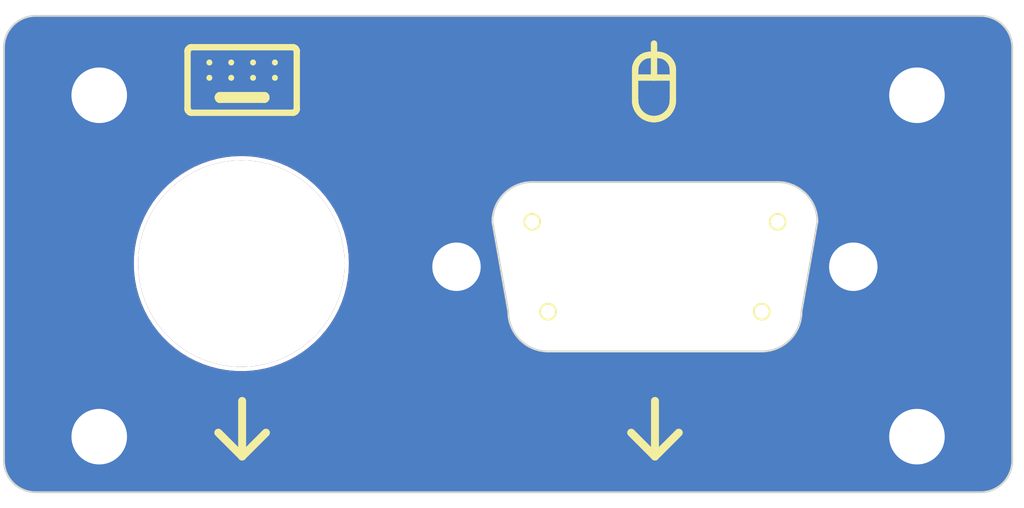
<source format=kicad_pcb>
(kicad_pcb (version 20211014) (generator pcbnew)
  (layers (0 "F.Cu" signal) (31 "B.Cu" signal) (34 "B.Paste" user) (35 "F.Paste" user) (36 "B.SilkS" user "B.Silkscreen") (37 "F.SilkS" user "F.Silkscreen") (38 "B.Mask" user) (39 "F.Mask" user) (44 "Edge.Cuts" user))
  (net 0 "")
  (net 1 "GND")
  (footprint "ps2pcb:rearpanell" (layer "F.Cu") (at 153.75 96.5)
    (fp_text reference "REF**" hide)
    (fp_text value "rearpanell" hide)
    (fp_line (start -31.75 13) (end -31.75 -13) (layer "Edge.Cuts") (width 0.12))
    (fp_line (start 0.01 3.63) (end -0.99 -2.03) (layer "Edge.Cuts") (width 0.12))
    (fp_line (start 2.515 6.135) (end 15.975 6.135) (layer "Edge.Cuts") (width 0.12))
    (fp_line (start 18.48 3.63) (end 19.48 -2.03) (layer "Edge.Cuts") (width 0.12))
    (fp_line (start 29.75 15) (end -29.75 15) (layer "Edge.Cuts") (width 0.12))
    (fp_line (start 1.515 -4.535) (end 16.975 -4.535) (layer "Edge.Cuts") (width 0.12))
    (fp_line (start -29.75 -15) (end 29.75 -15) (layer "Edge.Cuts") (width 0.12))
    (fp_line (start 31.75 13) (end 31.75 -13) (layer "Edge.Cuts") (width 0.12))
    (fp_arc (start 2.515 6.135) (mid 0.743698 5.401302) (end 0.01 3.63) (layer "Edge.Cuts") (width 0.12))
    (fp_arc (start 29.75 -15) (mid 31.164214 -14.414214) (end 31.75 -13) (layer "Edge.Cuts") (width 0.12))
    (fp_arc (start -0.99 -2.03) (mid -0.256302 -3.801302) (end 1.515 -4.535) (layer "Edge.Cuts") (width 0.12))
    (fp_arc (start 16.975 -4.535) (mid 18.746302 -3.801302) (end 19.48 -2.03) (layer "Edge.Cuts") (width 0.12))
    (fp_arc (start 18.48 3.63) (mid 17.746302 5.401302) (end 15.975 6.135) (layer "Edge.Cuts") (width 0.12))
    (fp_arc (start -31.75 -13) (mid -31.164214 -14.414214) (end -29.75 -15) (layer "Edge.Cuts") (width 0.12))
    (fp_arc (start -29.75 15) (mid -31.164214 14.414214) (end -31.75 13) (layer "Edge.Cuts") (width 0.12))
    (fp_arc (start 31.75 13) (mid 31.164214 14.414214) (end 29.75 15) (layer "Edge.Cuts") (width 0.12))
    (pad "1" thru_hole circle (at -25.75 -10) (size 5 5) (drill 3.5) (layers *.Cu *.Mask) (net 1 "GND"))
    (pad "1" thru_hole circle (at 25.75 11.5) (size 5 5) (drill 3.5) (layers *.Cu *.Mask) (net 1 "GND"))
    (pad "1" thru_hole circle (at -25.75 11.5) (size 5 5) (drill 3.5) (layers *.Cu *.Mask) (net 1 "GND"))
    (pad "1" thru_hole circle (at -3.25 0.8) (size 5 5) (drill 3.05) (layers *.Cu *.Mask) (net 1 "GND"))
    (pad "1" thru_hole circle (at 25.75 -10) (size 5 5) (drill 3.5) (layers *.Cu *.Mask) (net 1 "GND"))
    (pad "1" thru_hole circle (at 21.74 0.8) (size 5 5) (drill 3.05) (layers *.Cu *.Mask) (net 1 "GND"))
    (pad "2" thru_hole circle (at -16.8 0.6) (size 13 13) (drill 13) (layers *.Cu *.Mask))
  )
  (gr_line (start 140.392589 87.479351) (end 140.384918 87.490139) (layer "F.SilkS") (width 0.4))
  (gr_line (start 164.090643 87.110114) (end 164.074665 87.16663) (layer "F.SilkS") (width 0.4))
  (gr_line (start 135.486584 86.637583) (end 135.486763 86.630503) (layer "F.SilkS") (width 0.416415))
  (gr_line (start 138.47312 86.734869) (end 138.468342 86.739424) (layer "F.SilkS") (width 0.416415))
  (gr_line (start 138.511832 86.658535) (end 138.510622 86.665311) (layer "F.SilkS") (width 0.416415))
  (gr_line (start 163.225593 83.959007) (end 163.274038 83.962668) (layer "F.SilkS") (width 0.4))
  (gr_line (start 163.746471 84.146318) (end 163.782391 84.174517) (layer "F.SilkS") (width 0.4))
  (gr_line (start 133.587552 83.629038) (end 133.593629 83.617174) (layer "F.SilkS") (width 0.4))
  (gr_line (start 135.589783 86.770835) (end 135.583254 86.768981) (layer "F.SilkS") (width 0.416415))
  (gr_line (start 163.604487 87.798958) (end 163.556241 87.829831) (layer "F.SilkS") (width 0.4))
  (gr_line (start 162.528864 87.929602) (end 162.474811 87.908364) (layer "F.SilkS") (width 0.4))
  (gr_line (start 133.631901 83.563319) (end 133.641012 83.553762) (layer "F.SilkS") (width 0.4))
  (gr_poly (pts (xy 137.694996 85.26193) (xy 137.701983 85.262462) (xy 137.708868 85.263337) (xy 137.715644 85.264547) (xy 137.7223 85.266083) (xy 137.728829 85.267937) (xy 137.735222 85.2701) (xy 137.741469 85.272563) (xy 137.747564 85.275319) (xy 137.753496 85.278357) (xy 137.759258 85.28167) (xy 137.76484 85.285248) (xy 137.770234 85.289084) (xy 137.775431 85.293169) (xy 137.780424 85.297493) (xy 137.785202 85.302049) (xy 137.789757 85.306827) (xy 137.794082 85.311819) (xy 137.798166 85.317016) (xy 137.802002 85.322411) (xy 137.805581 85.327993) (xy 137.808893 85.333754) (xy 137.811932 85.339687) (xy 137.814687 85.345781) (xy 137.817151 85.352029) (xy 137.819314 85.358422) (xy 137.821168 85.36495) (xy 137.822704 85.371607) (xy 137.823914 85.378382) (xy 137.824789 85.385267) (xy 137.82532 85.392254) (xy 137.825499 85.399334) (xy 137.82532 85.406415) (xy 137.824789 85.413402) (xy 137.823914 85.420287) (xy 137.822704 85.427062) (xy 137.821168 85.433719) (xy 137.819314 85.440247) (xy 137.817151 85.44664) (xy 137.814687 85.452888) (xy 137.811932 85.458982) (xy 137.808893 85.464915) (xy 137.805581 85.470676) (xy 137.802002 85.476258) (xy 137.798166 85.481653) (xy 137.794082 85.48685) (xy 137.789757 85.491842) (xy 137.785202 85.49662) (xy 137.780424 85.501176) (xy 137.775431 85.5055) (xy 137.770234 85.509585) (xy 137.76484 85.513421) (xy 137.759258 85.516999) (xy 137.753496 85.520312) (xy 137.747564 85.52335) (xy 137.741469 85.526106) (xy 137.735222 85.528569) (xy 137.728829 85.530732) (xy 137.7223 85.532586) (xy 137.715644 85.534122) (xy 137.708868 85.535332) (xy 137.701983 85.536207) (xy 137.694996 85.536739) (xy 137.687916 85.536918) (xy 137.680836 85.536739) (xy 137.673849 85.536207) (xy 137.666963 85.535332) (xy 137.660188 85.534122) (xy 137.653532 85.532586) (xy 137.647003 85.530732) (xy 137.64061 85.528569) (xy 137.634362 85.526106) (xy 137.628268 85.52335) (xy 137.622336 85.520312) (xy 137.616574 85.516999) (xy 137.610992 85.513421) (xy 137.605598 85.509585) (xy 137.6004 85.5055) (xy 137.595408 85.501176) (xy 137.59063 85.49662) (xy 137.586074 85.491842) (xy 137.58175 85.48685) (xy 137.577666 85.481653) (xy 137.57383 85.476258) (xy 137.570251 85.470676) (xy 137.566938 85.464915) (xy 137.5639 85.458982) (xy 137.561145 85.452888) (xy 137.558681 85.44664) (xy 137.556518 85.440247) (xy 137.554664 85.433719) (xy 137.553128 85.427062) (xy 137.551918 85.420287) (xy 137.551043 85.413402) (xy 137.550512 85.406415) (xy 137.550333 85.399334) (xy 137.550512 85.392254) (xy 137.551043 85.385267) (xy 137.551918 85.378382) (xy 137.553128 85.371607) (xy 137.554664 85.36495) (xy 137.556518 85.358422) (xy 137.558681 85.352029) (xy 137.561145 85.345781) (xy 137.5639 85.339687) (xy 137.566938 85.333754) (xy 137.570251 85.327993) (xy 137.57383 85.322411) (xy 137.577666 85.317016) (xy 137.58175 85.311819) (xy 137.586074 85.306827) (xy 137.59063 85.302049) (xy 137.595408 85.297493) (xy 137.6004 85.293169) (xy 137.605598 85.289084) (xy 137.610992 85.285248) (xy 137.616574 85.28167) (xy 137.622336 85.278357) (xy 137.628268 85.275319) (xy 137.634362 85.272563) (xy 137.64061 85.2701) (xy 137.647003 85.267937) (xy 137.653532 85.266083) (xy 137.660188 85.264547) (xy 137.666963 85.263337) (xy 137.673849 85.262462) (xy 137.680836 85.26193) (xy 137.687916 85.261751)) (layer "F.SilkS") (width 0.1) (fill solid))
  (gr_line (start 133.560418 87.325503) (end 133.560418 83.748334) (layer "F.SilkS") (width 0.4))
  (gr_line (start 164.05342 84.538203) (end 164.07041 84.581446) (layer "F.SilkS") (width 0.4))
  (gr_line (start 163.236533 87.964224) (end 163.178897 87.977462) (layer "F.SilkS") (width 0.4))
  (gr_line (start 133.670948 83.527834) (end 133.681736 83.520162) (layer "F.SilkS") (width 0.4))
  (gr_line (start 138.493499 86.708925) (end 138.48992 86.714507) (layer "F.SilkS") (width 0.416415))
  (gr_line (start 133.582042 87.43261) (end 133.577115 87.420114) (layer "F.SilkS") (width 0.4))
  (gr_line (start 140.376749 83.573303) (end 140.384918 83.583698) (layer "F.SilkS") (width 0.4))
  (gr_line (start 135.486584 86.637583) (end 135.486584 86.637583) (layer "F.SilkS") (width 0.416415))
  (gr_line (start 163.780375 87.653956) (end 163.739114 87.693286) (layer "F.SilkS") (width 0.4))
  (gr_line (start 140.438163 83.7202) (end 140.439226 83.734174) (layer "F.SilkS") (width 0.4))
  (gr_line (start 135.526881 86.734869) (end 135.522325 86.730091) (layer "F.SilkS") (width 0.416415))
  (gr_line (start 140.259029 87.583972) (end 140.246243 87.588298) (layer "F.SilkS") (width 0.4))
  (gr_line (start 138.493499 86.566241) (end 138.496812 86.572003) (layer "F.SilkS") (width 0.416415))
  (gr_line (start 163 109.25) (end 164.5 107.75) (layer "F.SilkS") (width 0.5))
  (gr_line (start 135.603214 86.501585) (end 135.6101 86.50071) (layer "F.SilkS") (width 0.416415))
  (gr_line (start 135.487294 86.623516) (end 135.488169 86.61663) (layer "F.SilkS") (width 0.416415))
  (gr_line (start 162.181237 87.730612) (end 162.13812 87.693286) (layer "F.SilkS") (width 0.4))
  (gr_line (start 140.436413 87.367408) (end 140.433993 87.380958) (layer "F.SilkS") (width 0.4))
  (gr_line (start 135.500151 86.577935) (end 135.503189 86.572003) (layer "F.SilkS") (width 0.416415))
  (gr_line (start 133.623253 83.573303) (end 133.631901 83.563319) (layer "F.SilkS") (width 0.4))
  (gr_line (start 135.564519 86.513567) (end 135.570613 86.510812) (layer "F.SilkS") (width 0.416415))
  (gr_line (start 163.506433 87.858405) (end 163.455136 87.884608) (layer "F.SilkS") (width 0.4))
  (gr_line (start 135.547243 86.523497) (end 135.552825 86.519918) (layer "F.SilkS") (width 0.416415))
  (gr_line (start 140.430921 87.394271) (end 140.427213 87.407329) (layer "F.SilkS") (width 0.4))
  (gr_line (start 161.768538 84.717024) (end 161.779128 84.670915) (layer "F.SilkS") (width 0.4))
  (gr_line (start 162.474811 87.908364) (end 162.422099 87.884608) (layer "F.SilkS") (width 0.4))
  (gr_line (start 140.206322 83.476338) (end 140.219873 83.478758) (layer "F.SilkS") (width 0.4))
  (gr_line (start 133.587552 87.444798) (end 133.582042 87.43261) (layer "F.SilkS") (width 0.4))
  (gr_line (start 133.582042 83.641227) (end 133.587552 83.629038) (layer "F.SilkS") (width 0.4))
  (gr_line (start 133.607412 83.594486) (end 133.615084 83.583698) (layer "F.SilkS") (width 0.4))
  (gr_line (start 135.558587 86.516605) (end 135.564519 86.513567) (layer "F.SilkS") (width 0.416415))
  (gr_line (start 135.576861 86.766818) (end 135.570613 86.764354) (layer "F.SilkS") (width 0.416415))
  (gr_line (start 138.416747 86.768981) (end 138.410218 86.770835) (layer "F.SilkS") (width 0.416415))
  (gr_line (start 162.422099 87.884608) (end 162.370802 87.858405) (layer "F.SilkS") (width 0.4))
  (gr_line (start 138.496812 86.703163) (end 138.493499 86.708925) (layer "F.SilkS") (width 0.416415))
  (gr_line (start 140.358989 83.553762) (end 140.3681 83.563319) (layer "F.SilkS") (width 0.4))
  (gr_line (start 138.49985 86.697231) (end 138.496812 86.703163) (layer "F.SilkS") (width 0.416415))
  (gr_line (start 138.509086 86.671967) (end 138.507232 86.678496) (layer "F.SilkS") (width 0.416415))
  (gr_line (start 163.274038 83.962668) (end 163.321764 83.968698) (layer "F.SilkS") (width 0.4))
  (gr_line (start 133.569081 83.679566) (end 133.572789 83.666508) (layer "F.SilkS") (width 0.4))
  (gr_line (start 163.460032 84.00041) (end 163.50429 84.015326) (layer "F.SilkS") (width 0.4))
  (gr_line (start 161.754168 84.811697) (end 161.760198 84.763971) (layer "F.SilkS") (width 0.4))
  (gr_line (start 162.603198 83.962668) (end 162.651643 83.959007) (layer "F.SilkS") (width 0.4))
  (gr_line (start 135.617087 86.500179) (end 135.624167 86.5) (layer "F.SilkS") (width 0.416415))
  (gr_line (start 140.436413 83.706429) (end 140.438163 83.7202) (layer "F.SilkS") (width 0.4))
  (gr_line (start 162.938617 83.244167) (end 162.938617 85.384985) (layer "F.SilkS") (width 0.4))
  (gr_line (start 140.399747 83.605651) (end 140.406373 83.617174) (layer "F.SilkS") (width 0.4))
  (gr_poly (pts (xy 136.319164 85.26193) (xy 136.326151 85.262462) (xy 136.333037 85.263337) (xy 136.339812 85.264547) (xy 136.346468 85.266083) (xy 136.352997 85.267937) (xy 136.35939 85.2701) (xy 136.365638 85.272563) (xy 136.371732 85.275319) (xy 136.377665 85.278357) (xy 136.383426 85.28167) (xy 136.389008 85.285248) (xy 136.394402 85.289084) (xy 136.3996 85.293169) (xy 136.404592 85.297493) (xy 136.40937 85.302049) (xy 136.413926 85.306827) (xy 136.41825 85.311819) (xy 136.422334 85.317016) (xy 136.42617 85.322411) (xy 136.429749 85.327993) (xy 136.433062 85.333754) (xy 136.4361 85.339687) (xy 136.438855 85.345781) (xy 136.441319 85.352029) (xy 136.443482 85.358422) (xy 136.445336 85.36495) (xy 136.446872 85.371607) (xy 136.448082 85.378382) (xy 136.448957 85.385267) (xy 136.449488 85.392254) (xy 136.449667 85.399334) (xy 136.449488 85.406415) (xy 136.448957 85.413402) (xy 136.448082 85.420287) (xy 136.446872 85.427062) (xy 136.445336 85.433719) (xy 136.443482 85.440247) (xy 136.441319 85.44664) (xy 136.438855 85.452888) (xy 136.4361 85.458982) (xy 136.433062 85.464915) (xy 136.429749 85.470676) (xy 136.42617 85.476258) (xy 136.422334 85.481653) (xy 136.41825 85.48685) (xy 136.413926 85.491842) (xy 136.40937 85.49662) (xy 136.404592 85.501176) (xy 136.3996 85.5055) (xy 136.394402 85.509585) (xy 136.389008 85.513421) (xy 136.383426 85.516999) (xy 136.377665 85.520312) (xy 136.371732 85.52335) (xy 136.365638 85.526106) (xy 136.35939 85.528569) (xy 136.352997 85.530732) (xy 136.346468 85.532586) (xy 136.339812 85.534122) (xy 136.333037 85.535332) (xy 136.326151 85.536207) (xy 136.319164 85.536739) (xy 136.312084 85.536918) (xy 136.305004 85.536739) (xy 136.298017 85.536207) (xy 136.291132 85.535332) (xy 136.284356 85.534122) (xy 136.2777 85.532586) (xy 136.271171 85.530732) (xy 136.264779 85.528569) (xy 136.258531 85.526106) (xy 136.252436 85.52335) (xy 136.246504 85.520312) (xy 136.240742 85.516999) (xy 136.23516 85.513421) (xy 136.229766 85.509585) (xy 136.224569 85.5055) (xy 136.219576 85.501176) (xy 136.214798 85.49662) (xy 136.210243 85.491842) (xy 136.205918 85.48685) (xy 136.201834 85.481653) (xy 136.197998 85.476258) (xy 136.194419 85.470676) (xy 136.191107 85.464915) (xy 136.188068 85.458982) (xy 136.185313 85.452888) (xy 136.18285 85.44664) (xy 136.180687 85.440247) (xy 136.178833 85.433719) (xy 136.177296 85.427062) (xy 136.176086 85.420287) (xy 136.175211 85.413402) (xy 136.17468 85.406415) (xy 136.174501 85.399334) (xy 136.17468 85.392254) (xy 136.175211 85.385267) (xy 136.176086 85.378382) (xy 136.177296 85.371607) (xy 136.178833 85.36495) (xy 136.180687 85.358422) (xy 136.18285 85.352029) (xy 136.185313 85.345781) (xy 136.188068 85.339687) (xy 136.191107 85.333754) (xy 136.194419 85.327993) (xy 136.197998 85.322411) (xy 136.201834 85.317016) (xy 136.205918 85.311819) (xy 136.210243 85.306827) (xy 136.214798 85.302049) (xy 136.219576 85.297493) (xy 136.224569 85.293169) (xy 136.229766 85.289084) (xy 136.23516 85.285248) (xy 136.240742 85.28167) (xy 136.246504 85.278357) (xy 136.252436 85.275319) (xy 136.258531 85.272563) (xy 136.264779 85.2701) (xy 136.271171 85.267937) (xy 136.2777 85.266083) (xy 136.284356 85.264547) (xy 136.291132 85.263337) (xy 136.298017 85.262462) (xy 136.305004 85.26193) (xy 136.312084 85.261751)) (layer "F.SilkS") (width 0.1) (fill solid))
  (gr_line (start 133.577115 83.653723) (end 133.582042 83.641227) (layer "F.SilkS") (width 0.4))
  (gr_line (start 163.89228 87.524678) (end 163.857031 87.569578) (layer "F.SilkS") (width 0.4))
  (gr_line (start 138.447176 86.519918) (end 138.452758 86.523497) (layer "F.SilkS") (width 0.416415))
  (gr_line (start 161.779128 84.670915) (end 161.791911 84.625703) (layer "F.SilkS") (width 0.4))
  (gr_line (start 164.074665 87.16663) (end 164.05602 87.221951) (layer "F.SilkS") (width 0.4))
  (gr_line (start 140.430921 83.679566) (end 140.433993 83.692879) (layer "F.SilkS") (width 0.4))
  (gr_line (start 133.561839 83.7202) (end 133.563589 83.706429) (layer "F.SilkS") (width 0.4))
  (gr_line (start 163.50429 84.015326) (end 163.547532 84.032316) (layer "F.SilkS") (width 0.4))
  (gr_line (start 135.506502 86.566241) (end 135.510081 86.560659) (layer "F.SilkS") (width 0.416415))
  (gr_line (start 135.489379 86.609855) (end 135.490915 86.603199) (layer "F.SilkS") (width 0.416415))
  (gr_line (start 140.192551 87.599248) (end 140.178577 87.600311) (layer "F.SilkS") (width 0.4))
  (gr_line (start 140.219873 83.478758) (end 140.233186 83.481831) (layer "F.SilkS") (width 0.4))
  (gr_line (start 133.560418 87.325503) (end 133.560418 87.325503) (layer "F.SilkS") (width 0.4))
  (gr_line (start 161.823816 84.538203) (end 161.842822 84.496033) (layer "F.SilkS") (width 0.4))
  (gr_line (start 135.6101 86.50071) (end 135.617087 86.500179) (layer "F.SilkS") (width 0.416415))
  (gr_line (start 138.49985 86.577935) (end 138.502605 86.584029) (layer "F.SilkS") (width 0.416415))
  (gr_line (start 161.80257 87.16663) (end 161.786592 87.110114) (layer "F.SilkS") (width 0.4))
  (gr_line (start 140.329054 83.527834) (end 140.339449 83.536003) (layer "F.SilkS") (width 0.4))
  (gr_line (start 138.513238 86.630503) (end 138.513417 86.637583) (layer "F.SilkS") (width 0.416415))
  (gr_line (start 162.584186 87.948246) (end 162.528864 87.929602) (layer "F.SilkS") (width 0.4))
  (gr_line (start 161.821214 87.221951) (end 161.80257 87.16663) (layer "F.SilkS") (width 0.4))
  (gr_line (start 163.178897 87.977462) (end 163.120214 87.987887) (layer "F.SilkS") (width 0.4))
  (gr_line (start 161.911341 84.376552) (end 161.937819 84.339265) (layer "F.SilkS") (width 0.4))
  (gr_line (start 163.176487 83.957774) (end 163.176487 83.957774) (layer "F.SilkS") (width 0.4))
  (gr_line (start 138.48992 86.560659) (end 138.493499 86.566241) (layer "F.SilkS") (width 0.416415))
  (gr_line (start 133.566008 87.380958) (end 133.563589 87.367408) (layer "F.SilkS") (width 0.4))
  (gr_line (start 135.552825 86.755248) (end 135.547243 86.751669) (layer "F.SilkS") (width 0.416415))
  (gr_line (start 140.422887 87.420114) (end 140.41796 87.43261) (layer "F.SilkS") (width 0.4))
  (gr_line (start 164.108698 84.717024) (end 164.117038 84.763971) (layer "F.SilkS") (width 0.4))
  (gr_line (start 140.433993 87.380958) (end 140.430921 87.394271) (layer "F.SilkS") (width 0.4))
  (gr_line (start 138.447176 86.755248) (end 138.441414 86.758561) (layer "F.SilkS") (width 0.416415))
  (gr_line (start 162.206651 84.095142) (end 162.246497 84.072283) (layer "F.SilkS") (width 0.4))
  (gr_line (start 140.329054 87.546003) (end 140.318265 87.553675) (layer "F.SilkS") (width 0.4))
  (gr_line (start 135.596439 86.772371) (end 135.589783 86.770835) (layer "F.SilkS") (width 0.416415))
  (gr_line (start 135.624167 86.775166) (end 135.624167 86.775166) (layer "F.SilkS") (width 0.416415))
  (gr_line (start 162.417204 84.00041) (end 162.462417 83.987628) (layer "F.SilkS") (width 0.4))
  (gr_line (start 140.41796 87.43261) (end 140.412449 87.444798) (layer "F.SilkS") (width 0.4))
  (gr_line (start 164.013453 84.454996) (end 164.034415 84.496033) (layer "F.SilkS") (width 0.4))
  (gr_line (start 133.569081 87.394271) (end 133.566008 87.380958) (layer "F.SilkS") (width 0.4))
  (gr_line (start 140.283713 83.500302) (end 140.295578 83.506379) (layer "F.SilkS") (width 0.4))
  (gr_line (start 138.48992 86.714507) (end 138.486084 86.719901) (layer "F.SilkS") (width 0.416415))
  (gr_line (start 163 105.75) (end 163 109.25) (layer "F.SilkS") (width 0.5))
  (gr_line (start 133.835584 83.473168) (end 133.835584 83.473168) (layer "F.SilkS") (width 0.4))
  (gr_line (start 161.806826 84.581446) (end 161.823816 84.538203) (layer "F.SilkS") (width 0.4))
  (gr_line (start 135.518001 86.550067) (end 135.522325 86.545075) (layer "F.SilkS") (width 0.416415))
  (gr_line (start 138.510622 86.609855) (end 138.511832 86.61663) (layer "F.SilkS") (width 0.416415))
  (gr_line (start 161.760198 84.763971) (end 161.768538 84.717024) (layer "F.SilkS") (width 0.4))
  (gr_line (start 135.624167 86.775166) (end 135.617087 86.774987) (layer "F.SilkS") (width 0.416415))
  (gr_line (start 163.651097 87.765861) (end 163.604487 87.798958) (layer "F.SilkS") (width 0.4))
  (gr_line (start 133.670948 87.546003) (end 133.660553 87.537834) (layer "F.SilkS") (width 0.4))
  (gr_line (start 135.510081 86.714507) (end 135.506502 86.708925) (layer "F.SilkS") (width 0.416415))
  (gr_line (start 133.740973 83.489865) (end 133.753758 83.485539) (layer "F.SilkS") (width 0.4))
  (gr_line (start 161.842822 84.496033) (end 161.863783 84.454996) (layer "F.SilkS") (width 0.4))
  (gr_line (start 163.95625 87.429822) (end 163.925377 87.478068) (layer "F.SilkS") (width 0.4))
  (gr_line (start 140.358989 87.520074) (end 140.349433 87.529186) (layer "F.SilkS") (width 0.4))
  (gr_line (start 162.698338 87.977462) (end 162.640701 87.964224) (layer "F.SilkS") (width 0.4))
  (gr_line (start 133.650569 83.544651) (end 133.660553 83.536003) (layer "F.SilkS") (width 0.4))
  (gr_line (start 133.593629 87.456663) (end 133.587552 87.444798) (layer "F.SilkS") (width 0.4))
  (gr_line (start 133.660553 87.537834) (end 133.650569 87.529186) (layer "F.SilkS") (width 0.4))
  (gr_line (start 133.560776 87.339663) (end 133.560418 87.325503) (layer "F.SilkS") (width 0.4))
  (gr_line (start 135.497396 86.584029) (end 135.500151 86.577935) (layer "F.SilkS") (width 0.416415))
  (gr_line (start 133.650569 87.529186) (end 133.641012 87.520074) (layer "F.SilkS") (width 0.4))
  (gr_line (start 138.42314 86.766818) (end 138.416747 86.768981) (layer "F.SilkS") (width 0.416415))
  (gr_line (start 135.486763 86.644663) (end 135.486584 86.637583) (layer "F.SilkS") (width 0.416415))
  (gr_line (start 135.492769 86.678496) (end 135.490915 86.671967) (layer "F.SilkS") (width 0.416415))
  (gr_poly (pts (xy 139.070832 85.26193) (xy 139.077819 85.262462) (xy 139.084705 85.263337) (xy 139.09148 85.264547) (xy 139.098136 85.266083) (xy 139.104665 85.267937) (xy 139.111058 85.2701) (xy 139.117306 85.272563) (xy 139.1234 85.275319) (xy 139.129332 85.278357) (xy 139.135094 85.28167) (xy 139.140676 85.285248) (xy 139.14607 85.289084) (xy 139.151268 85.293169) (xy 139.15626 85.297493) (xy 139.161038 85.302049) (xy 139.165594 85.306827) (xy 139.169918 85.311819) (xy 139.174002 85.317016) (xy 139.177838 85.322411) (xy 139.181417 85.327993) (xy 139.18473 85.333754) (xy 139.187768 85.339687) (xy 139.190523 85.345781) (xy 139.192987 85.352029) (xy 139.19515 85.358422) (xy 139.197004 85.36495) (xy 139.19854 85.371607) (xy 139.19975 85.378382) (xy 139.200625 85.385267) (xy 139.201156 85.392254) (xy 139.201335 85.399334) (xy 139.201156 85.406415) (xy 139.200625 85.413402) (xy 139.19975 85.420287) (xy 139.19854 85.427062) (xy 139.197004 85.433719) (xy 139.19515 85.440247) (xy 139.192987 85.44664) (xy 139.190523 85.452888) (xy 139.187768 85.458982) (xy 139.18473 85.464915) (xy 139.181417 85.470676) (xy 139.177838 85.476258) (xy 139.174002 85.481653) (xy 139.169918 85.48685) (xy 139.165594 85.491842) (xy 139.161038 85.49662) (xy 139.15626 85.501176) (xy 139.151268 85.5055) (xy 139.14607 85.509585) (xy 139.140676 85.513421) (xy 139.135094 85.516999) (xy 139.129332 85.520312) (xy 139.1234 85.52335) (xy 139.117306 85.526106) (xy 139.111058 85.528569) (xy 139.104665 85.530732) (xy 139.098136 85.532586) (xy 139.09148 85.534122) (xy 139.084705 85.535332) (xy 139.077819 85.536207) (xy 139.070832 85.536739) (xy 139.063752 85.536918) (xy 139.056672 85.536739) (xy 139.049685 85.536207) (xy 139.0428 85.535332) (xy 139.036024 85.534122) (xy 139.029368 85.532586) (xy 139.022839 85.530732) (xy 139.016446 85.528569) (xy 139.010199 85.526106) (xy 139.004104 85.52335) (xy 138.998172 85.520312) (xy 138.99241 85.516999) (xy 138.986828 85.513421) (xy 138.981434 85.509585) (xy 138.976236 85.5055) (xy 138.971244 85.501176) (xy 138.966466 85.49662) (xy 138.961911 85.491842) (xy 138.957586 85.48685) (xy 138.953502 85.481653) (xy 138.949666 85.476258) (xy 138.946087 85.470676) (xy 138.942774 85.464915) (xy 138.939736 85.458982) (xy 138.936981 85.452888) (xy 138.934517 85.44664) (xy 138.932354 85.440247) (xy 138.9305 85.433719) (xy 138.928964 85.427062) (xy 138.927754 85.420287) (xy 138.926879 85.413402) (xy 138.926348 85.406415) (xy 138.926169 85.399334) (xy 138.926348 85.392254) (xy 138.926879 85.385267) (xy 138.927754 85.378382) (xy 138.928964 85.371607) (xy 138.9305 85.36495) (xy 138.932354 85.358422) (xy 138.934517 85.352029) (xy 138.936981 85.345781) (xy 138.939736 85.339687) (xy 138.942774 85.333754) (xy 138.946087 85.327993) (xy 138.949666 85.322411) (xy 138.953502 85.317016) (xy 138.957586 85.311819) (xy 138.961911 85.306827) (xy 138.966466 85.302049) (xy 138.971244 85.297493) (xy 138.976236 85.293169) (xy 138.981434 85.289084) (xy 138.986828 85.285248) (xy 138.99241 85.28167) (xy 138.998172 85.278357) (xy 139.004104 85.275319) (xy 139.010199 85.272563) (xy 139.016446 85.2701) (xy 139.022839 85.267937) (xy 139.029368 85.266083) (xy 139.036024 85.264547) (xy 139.0428 85.263337) (xy 139.049685 85.262462) (xy 139.056672 85.26193) (xy 139.063752 85.261751)) (layer "F.SilkS") (width 0.1) (fill solid))
  (gr_line (start 164.127962 84.909248) (end 164.127962 84.909248) (layer "F.SilkS") (width 0.4))
  (gr_line (start 161.937819 84.339265) (end 161.966018 84.303344) (layer "F.SilkS") (width 0.4))
  (gr_line (start 140.307101 87.560832) (end 140.295578 87.567458) (layer "F.SilkS") (width 0.4))
  (gr_line (start 163.819705 87.612695) (end 163.780375 87.653956) (layer "F.SilkS") (width 0.4))
  (gr_line (start 135.589783 86.504331) (end 135.596439 86.502795) (layer "F.SilkS") (width 0.416415))
  (gr_line (start 161.842452 87.276005) (end 161.821214 87.221951) (layer "F.SilkS") (width 0.4))
  (gr_line (start 163.965895 84.376552) (end 163.990594 84.415149) (layer "F.SilkS") (width 0.4))
  (gr_line (start 138.375834 86.5) (end 138.375834 86.5) (layer "F.SilkS") (width 0.416415))
  (gr_line (start 138.441414 86.758561) (end 138.435482 86.761599) (layer "F.SilkS") (width 0.416415))
  (gr_line (start 135.624167 86.5) (end 135.624167 86.5) (layer "F.SilkS") (width 0.416415))
  (gr_line (start 138.496812 86.572003) (end 138.49985 86.577935) (layer "F.SilkS") (width 0.416415))
  (gr_line (start 133.728477 87.579045) (end 133.716288 87.573534) (layer "F.SilkS") (width 0.4))
  (gr_line (start 161.920985 87.429822) (end 161.892411 87.380014) (layer "F.SilkS") (width 0.4))
  (gr_line (start 135.513917 86.719901) (end 135.510081 86.714507) (layer "F.SilkS") (width 0.416415))
  (gr_line (start 135.492769 86.59667) (end 135.494932 86.590277) (layer "F.SilkS") (width 0.416415))
  (gr_line (start 133.560418 83.748334) (end 133.560418 83.748334) (layer "F.SilkS") (width 0.4))
  (gr_line (start 163.709183 84.11984) (end 163.746471 84.146318) (layer "F.SilkS") (width 0.4))
  (gr_line (start 135.497396 86.691136) (end 135.494932 86.684889) (layer "F.SilkS") (width 0.416415))
  (gr_line (start 162.020203 87.569578) (end 161.984955 87.524678) (layer "F.SilkS") (width 0.4))
  (gr_poly (pts (xy 136.319167 84.298847) (xy 136.326154 84.299378) (xy 136.333039 84.300253) (xy 136.339814 84.301463) (xy 136.346471 84.302999) (xy 136.353 84.304853) (xy 136.359392 84.307016) (xy 136.36564 84.30948) (xy 136.371734 84.312235) (xy 136.377667 84.315273) (xy 136.383428 84.318586) (xy 136.389011 84.322165) (xy 136.394405 84.326001) (xy 136.399602 84.330085) (xy 136.404594 84.334409) (xy 136.409372 84.338965) (xy 136.413928 84.343743) (xy 136.418252 84.348735) (xy 136.422337 84.353933) (xy 136.426173 84.359327) (xy 136.429751 84.364909) (xy 136.433064 84.370671) (xy 136.436103 84.376603) (xy 136.438858 84.382697) (xy 136.441321 84.388945) (xy 136.443484 84.395338) (xy 136.445338 84.401867) (xy 136.446875 84.408523) (xy 136.448084 84.415298) (xy 136.448959 84.422184) (xy 136.449491 84.429171) (xy 136.44967 84.436251) (xy 136.449491 84.443331) (xy 136.448959 84.450318) (xy 136.448084 84.457203) (xy 136.446875 84.463979) (xy 136.445338 84.470635) (xy 136.443484 84.477164) (xy 136.441321 84.483556) (xy 136.438858 84.489804) (xy 136.436103 84.495899) (xy 136.433064 84.501831) (xy 136.429751 84.507593) (xy 136.426173 84.513175) (xy 136.422337 84.518569) (xy 136.418252 84.523766) (xy 136.413928 84.528759) (xy 136.409372 84.533537) (xy 136.404594 84.538092) (xy 136.399602 84.542417) (xy 136.394405 84.546501) (xy 136.389011 84.550337) (xy 136.383428 84.553916) (xy 136.377667 84.557228) (xy 136.371734 84.560267) (xy 136.36564 84.563022) (xy 136.359392 84.565485) (xy 136.353 84.567649) (xy 136.346471 84.569503) (xy 136.339814 84.571039) (xy 136.333039 84.572249) (xy 136.326154 84.573124) (xy 136.319167 84.573655) (xy 136.312087 84.573834) (xy 136.305007 84.573655) (xy 136.298019 84.573124) (xy 136.291134 84.572249) (xy 136.284359 84.571039) (xy 136.277702 84.569503) (xy 136.271174 84.567649) (xy 136.264781 84.565485) (xy 136.258533 84.563022) (xy 136.252439 84.560267) (xy 136.246506 84.557228) (xy 136.240745 84.553916) (xy 136.235163 84.550337) (xy 136.229768 84.546501) (xy 136.224571 84.542417) (xy 136.219579 84.538092) (xy 136.214801 84.533537) (xy 136.210245 84.528759) (xy 136.205921 84.523766) (xy 136.201836 84.518569) (xy 136.198 84.513175) (xy 136.194422 84.507593) (xy 136.191109 84.501831) (xy 136.188071 84.495899) (xy 136.185315 84.489804) (xy 136.182852 84.483556) (xy 136.180689 84.477164) (xy 136.178835 84.470635) (xy 136.177299 84.463979) (xy 136.176089 84.457203) (xy 136.175214 84.450318) (xy 136.174682 84.443331) (xy 136.174503 84.436251) (xy 136.174682 84.429171) (xy 136.175214 84.422184) (xy 136.176089 84.415298) (xy 136.177299 84.408523) (xy 136.178835 84.401867) (xy 136.180689 84.395338) (xy 136.182852 84.388945) (xy 136.185315 84.382697) (xy 136.188071 84.376603) (xy 136.191109 84.370671) (xy 136.194422 84.364909) (xy 136.198 84.359327) (xy 136.201836 84.353933) (xy 136.205921 84.348735) (xy 136.210245 84.343743) (xy 136.214801 84.338965) (xy 136.219579 84.334409) (xy 136.224571 84.330085) (xy 136.229768 84.326001) (xy 136.235163 84.322165) (xy 136.240745 84.318586) (xy 136.246506 84.315273) (xy 136.252439 84.312235) (xy 136.258533 84.30948) (xy 136.264781 84.307016) (xy 136.271174 84.304853) (xy 136.277702 84.302999) (xy 136.284359 84.301463) (xy 136.291134 84.300253) (xy 136.298019 84.299378) (xy 136.305007 84.298847) (xy 136.312087 84.298668)) (layer "F.SilkS") (width 0.1) (fill solid))
  (gr_line (start 164.121843 86.934137) (end 164.114305 86.993794) (layer "F.SilkS") (width 0.4))
  (gr_line (start 140.246243 87.588298) (end 140.233186 87.592006) (layer "F.SilkS") (width 0.4))
  (gr_line (start 133.681736 83.520162) (end 133.692901 83.513005) (layer "F.SilkS") (width 0.4))
  (gr_line (start 138.382914 86.774987) (end 138.375834 86.775166) (layer "F.SilkS") (width 0.416415))
  (gr_line (start 162.877234 88) (end 162.816678 87.995424) (layer "F.SilkS") (width 0.4))
  (gr_line (start 138.410218 86.770835) (end 138.403562 86.772371) (layer "F.SilkS") (width 0.416415))
  (gr_line (start 163.547532 84.032316) (end 163.589702 84.051321) (layer "F.SilkS") (width 0.4))
  (gr_line (start 161.966018 84.303344) (end 161.995879 84.26885) (layer "F.SilkS") (width 0.4))
  (gr_line (start 138.513417 86.637583) (end 138.513238 86.644663) (layer "F.SilkS") (width 0.416415))
  (gr_line (start 135.583254 86.506185) (end 135.589783 86.504331) (layer "F.SilkS") (width 0.416415))
  (gr_line (start 163.63074 84.072283) (end 163.670586 84.095142) (layer "F.SilkS") (width 0.4))
  (gr_line (start 133.560776 83.734174) (end 133.561839 83.7202) (layer "F.SilkS") (width 0.4))
  (gr_line (start 140.206322 87.597498) (end 140.192551 87.599248) (layer "F.SilkS") (width 0.4))
  (gr_line (start 133.753758 83.485539) (end 133.766816 83.481831) (layer "F.SilkS") (width 0.4))
  (gr_line (start 133.561839 87.353637) (end 133.560776 87.339663) (layer "F.SilkS") (width 0.4))
  (gr_line (start 161.995879 84.26885) (end 162.027343 84.235842) (layer "F.SilkS") (width 0.4))
  (gr_poly (pts (xy 134.943333 84.298847) (xy 134.95032 84.299378) (xy 134.957205 84.300253) (xy 134.96398 84.301463) (xy 134.970637 84.302999) (xy 134.977166 84.304853) (xy 134.983558 84.307016) (xy 134.989806 84.30948) (xy 134.995901 84.312235) (xy 135.001833 84.315273) (xy 135.007594 84.318586) (xy 135.013177 84.322165) (xy 135.018571 84.326001) (xy 135.023768 84.330085) (xy 135.02876 84.334409) (xy 135.033539 84.338965) (xy 135.038094 84.343743) (xy 135.042418 84.348735) (xy 135.046503 84.353933) (xy 135.050339 84.359327) (xy 135.053917 84.364909) (xy 135.05723 84.370671) (xy 135.060269 84.376603) (xy 135.063024 84.382697) (xy 135.065487 84.388945) (xy 135.06765 84.395338) (xy 135.069504 84.401867) (xy 135.071041 84.408523) (xy 135.072251 84.415298) (xy 135.073125 84.422184) (xy 135.073657 84.429171) (xy 135.073836 84.436251) (xy 135.073657 84.443331) (xy 135.073125 84.450318) (xy 135.072251 84.457203) (xy 135.071041 84.463979) (xy 135.069504 84.470635) (xy 135.06765 84.477164) (xy 135.065487 84.483556) (xy 135.063024 84.489804) (xy 135.060269 84.495899) (xy 135.05723 84.501831) (xy 135.053917 84.507593) (xy 135.050339 84.513175) (xy 135.046503 84.518569) (xy 135.042418 84.523766) (xy 135.038094 84.528759) (xy 135.033539 84.533537) (xy 135.02876 84.538092) (xy 135.023768 84.542417) (xy 135.018571 84.546501) (xy 135.013177 84.550337) (xy 135.007594 84.553916) (xy 135.001833 84.557228) (xy 134.995901 84.560267) (xy 134.989806 84.563022) (xy 134.983558 84.565485) (xy 134.977166 84.567649) (xy 134.970637 84.569503) (xy 134.96398 84.571039) (xy 134.957205 84.572249) (xy 134.95032 84.573124) (xy 134.943333 84.573655) (xy 134.936253 84.573834) (xy 134.929173 84.573655) (xy 134.922186 84.573124) (xy 134.9153 84.572249) (xy 134.908525 84.571039) (xy 134.901869 84.569503) (xy 134.89534 84.567649) (xy 134.888947 84.565485) (xy 134.882699 84.563022) (xy 134.876605 84.560267) (xy 134.870672 84.557228) (xy 134.864911 84.553916) (xy 134.859329 84.550337) (xy 134.853935 84.546501) (xy 134.848737 84.542417) (xy 134.843745 84.538092) (xy 134.838967 84.533537) (xy 134.834411 84.528759) (xy 134.830087 84.523766) (xy 134.826002 84.518569) (xy 134.822167 84.513175) (xy 134.818588 84.507593) (xy 134.815275 84.501831) (xy 134.812237 84.495899) (xy 134.809481 84.489804) (xy 134.807018 84.483556) (xy 134.804855 84.477164) (xy 134.803001 84.470635) (xy 134.801465 84.463979) (xy 134.800255 84.457203) (xy 134.79938 84.450318) (xy 134.798849 84.443331) (xy 134.79867 84.436251) (xy 134.798849 84.429171) (xy 134.79938 84.422184) (xy 134.800255 84.415298) (xy 134.801465 84.408523) (xy 134.803001 84.401867) (xy 134.804855 84.395338) (xy 134.807018 84.388945) (xy 134.809481 84.382697) (xy 134.812237 84.376603) (xy 134.815275 84.370671) (xy 134.818588 84.364909) (xy 134.822167 84.359327) (xy 134.826002 84.353933) (xy 134.830087 84.348735) (xy 134.834411 84.343743) (xy 134.838967 84.338965) (xy 134.843745 84.334409) (xy 134.848737 84.330085) (xy 134.853935 84.326001) (xy 134.859329 84.322165) (xy 134.864911 84.318586) (xy 134.870672 84.315273) (xy 134.876605 84.312235) (xy 134.882699 84.30948) (xy 134.888947 84.307016) (xy 134.89534 84.304853) (xy 134.901869 84.302999) (xy 134.908525 84.301463) (xy 134.9153 84.300253) (xy 134.922186 84.299378) (xy 134.929173 84.298847) (xy 134.936253 84.298668)) (layer "F.SilkS") (width 0.1) (fill solid))
  (gr_line (start 140.406373 87.456663) (end 140.399747 87.468186) (layer "F.SilkS") (width 0.4))
  (gr_line (start 140.349433 83.544651) (end 140.358989 83.553762) (layer "F.SilkS") (width 0.4))
  (gr_line (start 138.513417 86.637583) (end 138.513417 86.637583) (layer "F.SilkS") (width 0.416415))
  (gr_line (start 133.560418 83.748334) (end 133.560776 83.734174) (layer "F.SilkS") (width 0.4))
  (gr_line (start 162.70075 83.957774) (end 163.176487 83.957774) (layer "F.SilkS") (width 0.4))
  (gr_line (start 135.570613 86.764354) (end 135.564519 86.761599) (layer "F.SilkS") (width 0.416415))
  (gr_line (start 164.011026 87.328717) (end 163.984824 87.380014) (layer "F.SilkS") (width 0.4))
  (gr_line (start 161.755392 86.934138) (end 161.750816 86.873581) (layer "F.SilkS") (width 0.4))
  (gr_line (start 140.164417 83.473168) (end 140.164417 83.473168) (layer "F.SilkS") (width 0.4))
  (gr_line (start 161.951857 87.478068) (end 161.920985 87.429822) (layer "F.SilkS") (width 0.4))
  (gr_line (start 138.482 86.550067) (end 138.486084 86.555265) (layer "F.SilkS") (width 0.416415))
  (gr_line (start 161.773354 87.052478) (end 161.762929 86.993794) (layer "F.SilkS") (width 0.4))
  (gr_line (start 135.506502 86.708925) (end 135.503189 86.703163) (layer "F.SilkS") (width 0.416415))
  (gr_line (start 135.510081 86.560659) (end 135.513917 86.555265) (layer "F.SilkS") (width 0.416415))
  (gr_line (start 133.821424 87.600311) (end 133.80745 87.599248) (layer "F.SilkS") (width 0.4))
  (gr_line (start 133.766816 83.481831) (end 133.780129 83.478758) (layer "F.SilkS") (width 0.4))
  (gr_line (start 138.513238 86.644663) (end 138.512707 86.65165) (layer "F.SilkS") (width 0.416415))
  (gr_line (start 163.739114 87.693286) (end 163.695997 87.730612) (layer "F.SilkS") (width 0.4))
  (gr_line (start 133.728477 83.494792) (end 133.740973 83.489865) (layer "F.SilkS") (width 0.4))
  (gr_line (start 164.126729 84.860142) (end 164.127962 84.909248) (layer "F.SilkS") (width 0.4))
  (gr_line (start 137 105.75) (end 137 109.25) (layer "F.SilkS") (width 0.5))
  (gr_line (start 138.429387 86.764354) (end 138.42314 86.766818) (layer "F.SilkS") (width 0.416415))
  (gr_line (start 140.3681 87.510518) (end 140.358989 87.520074) (layer "F.SilkS") (width 0.4))
  (gr_line (start 137 109.25) (end 138.5 107.75) (layer "F.SilkS") (width 0.5))
  (gr_line (start 162.287535 84.051321) (end 162.329704 84.032316) (layer "F.SilkS") (width 0.4))
  (gr_line (start 135.603214 86.773581) (end 135.596439 86.772371) (layer "F.SilkS") (width 0.416415))
  (gr_line (start 135.490915 86.603199) (end 135.492769 86.59667) (layer "F.SilkS") (width 0.416415))
  (gr_line (start 163.990594 84.415149) (end 164.013453 84.454996) (layer "F.SilkS") (width 0.4))
  (gr_line (start 164.127961 86.812197) (end 164.127961 86.812197) (layer "F.SilkS") (width 0.4))
  (gr_line (start 133.793679 83.476338) (end 133.80745 83.474589) (layer "F.SilkS") (width 0.4))
  (gr_line (start 161.984955 87.524678) (end 161.951857 87.478068) (layer "F.SilkS") (width 0.4))
  (gr_line (start 163.782391 84.174517) (end 163.816885 84.204378) (layer "F.SilkS") (width 0.4))
  (gr_line (start 163.402424 87.908364) (end 163.34837 87.929602) (layer "F.SilkS") (width 0.4))
  (gr_line (start 162.246497 84.072283) (end 162.287535 84.051321) (layer "F.SilkS") (width 0.4))
  (gr_line (start 135.564519 86.761599) (end 135.558587 86.758561) (layer "F.SilkS") (width 0.416415))
  (gr_line (start 163 109.25) (end 161.5 107.75) (layer "F.SilkS") (width 0.5))
  (gr_line (start 164.123068 84.811697) (end 164.126729 84.860142) (layer "F.SilkS") (width 0.4))
  (gr_line (start 161.886643 84.415149) (end 161.911341 84.376552) (layer "F.SilkS") (width 0.4))
  (gr_line (start 140.233186 87.592006) (end 140.219873 87.595078) (layer "F.SilkS") (width 0.4))
  (gr_line (start 138.512707 86.623516) (end 138.513238 86.630503) (layer "F.SilkS") (width 0.416415))
  (gr_line (start 133.566008 83.692879) (end 133.569081 83.679566) (layer "F.SilkS") (width 0.4))
  (gr_line (start 162.555472 83.968698) (end 162.603198 83.962668) (layer "F.SilkS") (width 0.4))
  (gr_line (start 140.339449 83.536003) (end 140.349433 83.544651) (layer "F.SilkS") (width 0.4))
  (gr_line (start 140.219873 87.595078) (end 140.206322 87.597498) (layer "F.SilkS") (width 0.4))
  (gr_line (start 133.623253 87.500534) (end 133.615084 87.490139) (layer "F.SilkS") (width 0.4))
  (gr_line (start 138.382914 86.500179) (end 138.389901 86.50071) (layer "F.SilkS") (width 0.416415))
  (gr_line (start 133.607412 87.479351) (end 133.600255 87.468186) (layer "F.SilkS") (width 0.4))
  (gr_line (start 163.857031 87.569578) (end 163.819705 87.612695) (layer "F.SilkS") (width 0.4))
  (gr_line (start 133.692901 87.560832) (end 133.681736 87.553675) (layer "F.SilkS") (width 0.4))
  (gr_line (start 140.422887 83.653723) (end 140.427213 83.666508) (layer "F.SilkS") (width 0.4))
  (gr_line (start 140.392589 83.594486) (end 140.399747 83.605651) (layer "F.SilkS") (width 0.4))
  (gr_line (start 163.321764 83.968698) (end 163.368711 83.977037) (layer "F.SilkS") (width 0.4))
  (gr_line (start 140.439226 83.734174) (end 140.439584 83.748334) (layer "F.SilkS") (width 0.4))
  (gr_line (start 133.692901 83.513005) (end 133.704424 83.506379) (layer "F.SilkS") (width 0.4))
  (gr_line (start 135.596439 86.502795) (end 135.603214 86.501585) (layer "F.SilkS") (width 0.416415))
  (gr_line (start 138.46335 86.531417) (end 138.468342 86.535741) (layer "F.SilkS") (width 0.416415))
  (gr_line (start 138.512707 86.65165) (end 138.511832 86.658535) (layer "F.SilkS") (width 0.416415))
  (gr_line (start 138.505069 86.590277) (end 138.507232 86.59667) (layer "F.SilkS") (width 0.416415))
  (gr_line (start 138.435482 86.513567) (end 138.441414 86.516605) (layer "F.SilkS") (width 0.416415))
  (gr_line (start 140.406373 83.617174) (end 140.412449 83.629038) (layer "F.SilkS") (width 0.4))
  (gr_line (start 135.486584 86.637583) (end 135.486584 86.637583) (layer "F.SilkS") (width 0.416415))
  (gr_line (start 161.749274 86.812198) (end 161.749274 86.812198) (layer "F.SilkS") (width 0.4))
  (gr_line (start 135.531659 86.739424) (end 135.526881 86.734869) (layer "F.SilkS") (width 0.416415))
  (gr_poly (pts (xy 137.695 84.298847) (xy 137.701988 84.299378) (xy 137.708873 84.300253) (xy 137.715648 84.301463) (xy 137.722305 84.302999) (xy 137.728833 84.304853) (xy 137.735226 84.307016) (xy 137.741474 84.30948) (xy 137.747568 84.312235) (xy 137.753501 84.315273) (xy 137.759262 84.318586) (xy 137.764844 84.322165) (xy 137.770239 84.326001) (xy 137.775436 84.330085) (xy 137.780428 84.334409) (xy 137.785206 84.338965) (xy 137.789762 84.343743) (xy 137.794086 84.348735) (xy 137.798171 84.353933) (xy 137.802007 84.359327) (xy 137.805585 84.364909) (xy 137.808898 84.370671) (xy 137.811936 84.376603) (xy 137.814692 84.382697) (xy 137.817155 84.388945) (xy 137.819318 84.395338) (xy 137.821172 84.401867) (xy 137.822708 84.408523) (xy 137.823918 84.415298) (xy 137.824793 84.422184) (xy 137.825325 84.429171) (xy 137.825504 84.436251) (xy 137.825325 84.443331) (xy 137.824793 84.450318) (xy 137.823918 84.457203) (xy 137.822708 84.463979) (xy 137.821172 84.470635) (xy 137.819318 84.477164) (xy 137.817155 84.483556) (xy 137.814692 84.489804) (xy 137.811936 84.495899) (xy 137.808898 84.501831) (xy 137.805585 84.507593) (xy 137.802007 84.513175) (xy 137.798171 84.518569) (xy 137.794086 84.523766) (xy 137.789762 84.528759) (xy 137.785206 84.533537) (xy 137.780428 84.538092) (xy 137.775436 84.542417) (xy 137.770239 84.546501) (xy 137.764844 84.550337) (xy 137.759262 84.553916) (xy 137.753501 84.557228) (xy 137.747568 84.560267) (xy 137.741474 84.563022) (xy 137.735226 84.565485) (xy 137.728833 84.567649) (xy 137.722305 84.569503) (xy 137.715648 84.571039) (xy 137.708873 84.572249) (xy 137.701988 84.573124) (xy 137.695 84.573655) (xy 137.68792 84.573834) (xy 137.68084 84.573655) (xy 137.673853 84.573124) (xy 137.666968 84.572249) (xy 137.660193 84.571039) (xy 137.653536 84.569503) (xy 137.647007 84.567649) (xy 137.640615 84.565485) (xy 137.634367 84.563022) (xy 137.628273 84.560267) (xy 137.62234 84.557228) (xy 137.616579 84.553916) (xy 137.610996 84.550337) (xy 137.605602 84.546501) (xy 137.600405 84.542417) (xy 137.595413 84.538092) (xy 137.590635 84.533537) (xy 137.586079 84.528759) (xy 137.581755 84.523766) (xy 137.57767 84.518569) (xy 137.573834 84.513175) (xy 137.570256 84.507593) (xy 137.566943 84.501831) (xy 137.563904 84.495899) (xy 137.561149 84.489804) (xy 137.558686 84.483556) (xy 137.556523 84.477164) (xy 137.554669 84.470635) (xy 137.553132 84.463979) (xy 137.551923 84.457203) (xy 137.551048 84.450318) (xy 137.550516 84.443331) (xy 137.550337 84.436251) (xy 137.550516 84.429171) (xy 137.551048 84.422184) (xy 137.551923 84.415298) (xy 137.553132 84.408523) (xy 137.554669 84.401867) (xy 137.556523 84.395338) (xy 137.558686 84.388945) (xy 137.561149 84.382697) (xy 137.563904 84.376603) (xy 137.566943 84.370671) (xy 137.570256 84.364909) (xy 137.573834 84.359327) (xy 137.57767 84.353933) (xy 137.581755 84.348735) (xy 137.586079 84.343743) (xy 137.590635 84.338965) (xy 137.595413 84.334409) (xy 137.600405 84.330085) (xy 137.605602 84.326001) (xy 137.610996 84.322165) (xy 137.616579 84.318586) (xy 137.62234 84.315273) (xy 137.628273 84.312235) (xy 137.634367 84.30948) (xy 137.640615 84.307016) (xy 137.647007 84.304853) (xy 137.653536 84.302999) (xy 137.660193 84.301463) (xy 137.666968 84.300253) (xy 137.673853 84.299378) (xy 137.68084 84.298847) (xy 137.68792 84.298668)) (layer "F.SilkS") (width 0.1) (fill solid))
  (gr_line (start 133.835584 87.600669) (end 133.821424 87.600311) (layer "F.SilkS") (width 0.4))
  (gr_line (start 135.489379 86.665311) (end 135.488169 86.658535) (layer "F.SilkS") (width 0.416415))
  (gr_line (start 163 88) (end 162.938617 88.001542) (layer "F.SilkS") (width 0.4))
  (gr_line (start 133.563589 83.706429) (end 133.566008 83.692879) (layer "F.SilkS") (width 0.4))
  (gr_line (start 140.427213 87.407329) (end 140.422887 87.420114) (layer "F.SilkS") (width 0.4))
  (gr_line (start 135.624167 86.5) (end 138.375834 86.5) (layer "F.SilkS") (width 0.416415))
  (gr_line (start 163.695997 87.730612) (end 163.651097 87.765861) (layer "F.SilkS") (width 0.4))
  (gr_line (start 138.435482 86.761599) (end 138.429387 86.764354) (layer "F.SilkS") (width 0.416415))
  (gr_poly (pts (xy 139.070833 84.298847) (xy 139.07782 84.299378) (xy 139.084705 84.300253) (xy 139.091481 84.301463) (xy 139.098137 84.302999) (xy 139.104666 84.304853) (xy 139.111058 84.307016) (xy 139.117306 84.30948) (xy 139.123401 84.312235) (xy 139.129333 84.315273) (xy 139.135095 84.318586) (xy 139.140677 84.322165) (xy 139.146071 84.326001) (xy 139.151268 84.330085) (xy 139.156261 84.334409) (xy 139.161039 84.338965) (xy 139.165594 84.343743) (xy 139.169919 84.348735) (xy 139.174003 84.353933) (xy 139.177839 84.359327) (xy 139.181418 84.364909) (xy 139.18473 84.370671) (xy 139.187769 84.376603) (xy 139.190524 84.382697) (xy 139.192987 84.388945) (xy 139.195151 84.395338) (xy 139.197004 84.401867) (xy 139.198541 84.408523) (xy 139.199751 84.415298) (xy 139.200626 84.422184) (xy 139.201157 84.429171) (xy 139.201336 84.436251) (xy 139.201157 84.443331) (xy 139.200626 84.450318) (xy 139.199751 84.457203) (xy 139.198541 84.463979) (xy 139.197004 84.470635) (xy 139.195151 84.477164) (xy 139.192987 84.483556) (xy 139.190524 84.489804) (xy 139.187769 84.495899) (xy 139.18473 84.501831) (xy 139.181418 84.507593) (xy 139.177839 84.513175) (xy 139.174003 84.518569) (xy 139.169919 84.523766) (xy 139.165594 84.528759) (xy 139.161039 84.533537) (xy 139.156261 84.538092) (xy 139.151268 84.542417) (xy 139.146071 84.546501) (xy 139.140677 84.550337) (xy 139.135095 84.553916) (xy 139.129333 84.557228) (xy 139.123401 84.560267) (xy 139.117306 84.563022) (xy 139.111058 84.565485) (xy 139.104666 84.567649) (xy 139.098137 84.569503) (xy 139.091481 84.571039) (xy 139.084705 84.572249) (xy 139.07782 84.573124) (xy 139.070833 84.573655) (xy 139.063753 84.573834) (xy 139.056673 84.573655) (xy 139.049686 84.573124) (xy 139.0428 84.572249) (xy 139.036025 84.571039) (xy 139.029369 84.569503) (xy 139.02284 84.567649) (xy 139.016447 84.565485) (xy 139.010199 84.563022) (xy 139.004105 84.560267) (xy 138.998173 84.557228) (xy 138.992411 84.553916) (xy 138.986829 84.550337) (xy 138.981435 84.546501) (xy 138.976237 84.542417) (xy 138.971245 84.538092) (xy 138.966467 84.533537) (xy 138.961911 84.528759) (xy 138.957587 84.523766) (xy 138.953503 84.518569) (xy 138.949667 84.513175) (xy 138.946088 84.507593) (xy 138.942775 84.501831) (xy 138.939737 84.495899) (xy 138.936982 84.489804) (xy 138.934518 84.483556) (xy 138.932355 84.477164) (xy 138.930501 84.470635) (xy 138.928965 84.463979) (xy 138.927755 84.457203) (xy 138.92688 84.450318) (xy 138.926349 84.443331) (xy 138.92617 84.436251) (xy 138.926349 84.429171) (xy 138.92688 84.422184) (xy 138.927755 84.415298) (xy 138.928965 84.408523) (xy 138.930501 84.401867) (xy 138.932355 84.395338) (xy 138.934518 84.388945) (xy 138.936982 84.382697) (xy 138.939737 84.376603) (xy 138.942775 84.370671) (xy 138.946088 84.364909) (xy 138.949667 84.359327) (xy 138.953503 84.353933) (xy 138.957587 84.348735) (xy 138.961911 84.343743) (xy 138.966467 84.338965) (xy 138.971245 84.334409) (xy 138.976237 84.330085) (xy 138.981435 84.326001) (xy 138.986829 84.322165) (xy 138.992411 84.318586) (xy 138.998173 84.315273) (xy 139.004105 84.312235) (xy 139.010199 84.30948) (xy 139.016447 84.307016) (xy 139.02284 84.304853) (xy 139.029369 84.302999) (xy 139.036025 84.301463) (xy 139.0428 84.300253) (xy 139.049686 84.299378) (xy 139.056673 84.298847) (xy 139.063753 84.298668)) (layer "F.SilkS") (width 0.1) (fill solid))
  (gr_line (start 135.487294 86.65165) (end 135.486763 86.644663) (layer "F.SilkS") (width 0.416415))
  (gr_line (start 164.127961 86.812197) (end 164.126419 86.87358) (layer "F.SilkS") (width 0.4))
  (gr_line (start 162.938617 88.001542) (end 162.938617 88.001542) (layer "F.SilkS") (width 0.4))
  (gr_line (start 163.816885 84.204378) (end 163.849894 84.235842) (layer "F.SilkS") (width 0.4))
  (gr_line (start 140.307101 83.513005) (end 140.318265 83.520162) (layer "F.SilkS") (width 0.4))
  (gr_line (start 140.439584 83.748334) (end 140.439584 83.748334) (layer "F.SilkS") (width 0.4))
  (gr_line (start 135.541849 86.747833) (end 135.536651 86.743749) (layer "F.SilkS") (width 0.416415))
  (gr_line (start 163.34837 87.929602) (end 163.293049 87.948246) (layer "F.SilkS") (width 0.4))
  (gr_line (start 161.866208 87.328717) (end 161.842452 87.276005) (layer "F.SilkS") (width 0.4))
  (gr_line (start 138.403562 86.772371) (end 138.396786 86.773581) (layer "F.SilkS") (width 0.416415))
  (gr_line (start 133.572789 87.407329) (end 133.569081 87.394271) (layer "F.SilkS") (width 0.4))
  (gr_line (start 135.503189 86.703163) (end 135.500151 86.697231) (layer "F.SilkS") (width 0.416415))
  (gr_line (start 162.816678 87.995424) (end 162.757021 87.987887) (layer "F.SilkS") (width 0.4))
  (gr_line (start 163.556241 87.829831) (end 163.506433 87.858405) (layer "F.SilkS") (width 0.4))
  (gr_line (start 138.507232 86.59667) (end 138.509086 86.603199) (layer "F.SilkS") (width 0.416415))
  (gr_line (start 133.766816 87.592006) (end 133.753758 87.588298) (layer "F.SilkS") (width 0.4))
  (gr_line (start 138.510622 86.665311) (end 138.509086 86.671967) (layer "F.SilkS") (width 0.416415))
  (gr_line (start 140.439584 83.748334) (end 140.439584 87.325503) (layer "F.SilkS") (width 0.4))
  (gr_line (start 133.572789 83.666508) (end 133.577115 83.653723) (layer "F.SilkS") (width 0.4))
  (gr_line (start 133.704424 83.506379) (end 133.716288 83.500302) (layer "F.SilkS") (width 0.4))
  (gr_line (start 140.439226 87.339663) (end 140.438163 87.353637) (layer "F.SilkS") (width 0.4))
  (gr_line (start 161.786592 87.110114) (end 161.773354 87.052478) (layer "F.SilkS") (width 0.4))
  (gr_line (start 133.615084 87.490139) (end 133.607412 87.479351) (layer "F.SilkS") (width 0.4))
  (gr_line (start 140.339449 87.537834) (end 140.329054 87.546003) (layer "F.SilkS") (width 0.4))
  (gr_line (start 140.3681 83.563319) (end 140.376749 83.573303) (layer "F.SilkS") (width 0.4))
  (gr_line (start 135.488169 86.61663) (end 135.489379 86.609855) (layer "F.SilkS") (width 0.416415))
  (gr_line (start 133.780129 83.478758) (end 133.793679 83.476338) (layer "F.SilkS") (width 0.4))
  (gr_line (start 133.80745 83.474589) (end 133.821424 83.473526) (layer "F.SilkS") (width 0.4))
  (gr_line (start 138.482 86.725099) (end 138.477675 86.730091) (layer "F.SilkS") (width 0.416415))
  (gr_line (start 133.681736 87.553675) (end 133.670948 87.546003) (layer "F.SilkS") (width 0.4))
  (gr_line (start 140.399747 87.468186) (end 140.392589 87.479351) (layer "F.SilkS") (width 0.4))
  (gr_line (start 163.911219 84.303344) (end 163.939418 84.339265) (layer "F.SilkS") (width 0.4))
  (gr_line (start 135.490915 86.671967) (end 135.489379 86.665311) (layer "F.SilkS") (width 0.416415))
  (gr_line (start 162.640701 87.964224) (end 162.584186 87.948246) (layer "F.SilkS") (width 0.4))
  (gr_line (start 140.259029 83.489865) (end 140.271524 83.494792) (layer "F.SilkS") (width 0.4))
  (gr_line (start 163.881358 84.26885) (end 163.911219 84.303344) (layer "F.SilkS") (width 0.4))
  (gr_line (start 163.670586 84.095142) (end 163.709183 84.11984) (layer "F.SilkS") (width 0.4))
  (gr_line (start 138.502605 86.584029) (end 138.505069 86.590277) (layer "F.SilkS") (width 0.416415))
  (gr_poly (pts (xy 134.94333 85.26193) (xy 134.950317 85.262462) (xy 134.957203 85.263337) (xy 134.963978 85.264547) (xy 134.970635 85.266083) (xy 134.977163 85.267937) (xy 134.983556 85.2701) (xy 134.989804 85.272563) (xy 134.995898 85.275319) (xy 135.001831 85.278357) (xy 135.007592 85.28167) (xy 135.013174 85.285248) (xy 135.018569 85.289084) (xy 135.023766 85.293169) (xy 135.028758 85.297493) (xy 135.033536 85.302049) (xy 135.038092 85.306827) (xy 135.042416 85.311819) (xy 135.046501 85.317016) (xy 135.050336 85.322411) (xy 135.053915 85.327993) (xy 135.057228 85.333754) (xy 135.060266 85.339687) (xy 135.063022 85.345781) (xy 135.065485 85.352029) (xy 135.067648 85.358422) (xy 135.069502 85.36495) (xy 135.071038 85.371607) (xy 135.072248 85.378382) (xy 135.073123 85.385267) (xy 135.073654 85.392254) (xy 135.073834 85.399334) (xy 135.073654 85.406415) (xy 135.073123 85.413402) (xy 135.072248 85.420287) (xy 135.071038 85.427062) (xy 135.069502 85.433719) (xy 135.067648 85.440247) (xy 135.065485 85.44664) (xy 135.063022 85.452888) (xy 135.060266 85.458982) (xy 135.057228 85.464915) (xy 135.053915 85.470676) (xy 135.050336 85.476258) (xy 135.046501 85.481653) (xy 135.042416 85.48685) (xy 135.038092 85.491842) (xy 135.033536 85.49662) (xy 135.028758 85.501176) (xy 135.023766 85.5055) (xy 135.018569 85.509585) (xy 135.013174 85.513421) (xy 135.007592 85.516999) (xy 135.001831 85.520312) (xy 134.995898 85.52335) (xy 134.989804 85.526106) (xy 134.983556 85.528569) (xy 134.977163 85.530732) (xy 134.970635 85.532586) (xy 134.963978 85.534122) (xy 134.957203 85.535332) (xy 134.950317 85.536207) (xy 134.94333 85.536739) (xy 134.93625 85.536918) (xy 134.92917 85.536739) (xy 134.922183 85.536207) (xy 134.915298 85.535332) (xy 134.908523 85.534122) (xy 134.901866 85.532586) (xy 134.895337 85.530732) (xy 134.888945 85.528569) (xy 134.882697 85.526106) (xy 134.876602 85.52335) (xy 134.87067 85.520312) (xy 134.864909 85.516999) (xy 134.859326 85.513421) (xy 134.853932 85.509585) (xy 134.848735 85.5055) (xy 134.843743 85.501176) (xy 134.838964 85.49662) (xy 134.834409 85.491842) (xy 134.830085 85.48685) (xy 134.826 85.481653) (xy 134.822164 85.476258) (xy 134.818586 85.470676) (xy 134.815273 85.464915) (xy 134.812234 85.458982) (xy 134.809479 85.452888) (xy 134.807016 85.44664) (xy 134.804853 85.440247) (xy 134.802999 85.433719) (xy 134.801462 85.427062) (xy 134.800252 85.420287) (xy 134.799378 85.413402) (xy 134.798846 85.406415) (xy 134.798667 85.399334) (xy 134.798846 85.392254) (xy 134.799378 85.385267) (xy 134.800252 85.378382) (xy 134.801462 85.371607) (xy 134.802999 85.36495) (xy 134.804853 85.358422) (xy 134.807016 85.352029) (xy 134.809479 85.345781) (xy 134.812234 85.339687) (xy 134.815273 85.333754) (xy 134.818586 85.327993) (xy 134.822164 85.322411) (xy 134.826 85.317016) (xy 134.830085 85.311819) (xy 134.834409 85.306827) (xy 134.838964 85.302049) (xy 134.843743 85.297493) (xy 134.848735 85.293169) (xy 134.853932 85.289084) (xy 134.859326 85.285248) (xy 134.864909 85.28167) (xy 134.87067 85.278357) (xy 134.876602 85.275319) (xy 134.882697 85.272563) (xy 134.888945 85.2701) (xy 134.895337 85.267937) (xy 134.901866 85.266083) (xy 134.908523 85.264547) (xy 134.915298 85.263337) (xy 134.922183 85.262462) (xy 134.92917 85.26193) (xy 134.93625 85.261751)) (layer "F.SilkS") (width 0.1) (fill solid))
  (gr_line (start 133.793679 87.597498) (end 133.780129 87.595078) (layer "F.SilkS") (width 0.4))
  (gr_line (start 164.085326 84.625703) (end 164.098108 84.670915) (layer "F.SilkS") (width 0.4))
  (gr_line (start 135.531659 86.535741) (end 135.536651 86.531417) (layer "F.SilkS") (width 0.416415))
  (gr_line (start 133.80745 87.599248) (end 133.793679 87.597498) (layer "F.SilkS") (width 0.4))
  (gr_line (start 135.536651 86.743749) (end 135.531659 86.739424) (layer "F.SilkS") (width 0.416415))
  (gr_line (start 140.271524 87.579045) (end 140.259029 87.583972) (layer "F.SilkS") (width 0.4))
  (gr_line (start 138.513417 86.637583) (end 138.513417 86.637583) (layer "F.SilkS") (width 0.416415))
  (gr_line (start 138.486084 86.719901) (end 138.482 86.725099) (layer "F.SilkS") (width 0.416415))
  (gr_line (start 135.583254 86.768981) (end 135.576861 86.766818) (layer "F.SilkS") (width 0.416415))
  (gr_line (start 162.13812 87.693286) (end 162.09686 87.653956) (layer "F.SilkS") (width 0.4))
  (gr_line (start 164.114305 86.993794) (end 164.103881 87.052477) (layer "F.SilkS") (width 0.4))
  (gr_line (start 133.600255 83.605651) (end 133.607412 83.594486) (layer "F.SilkS") (width 0.4))
  (gr_line (start 164.034415 84.496033) (end 164.05342 84.538203) (layer "F.SilkS") (width 0.4))
  (gr_line (start 162.372947 84.015326) (end 162.417204 84.00041) (layer "F.SilkS") (width 0.4))
  (gr_line (start 133.600255 87.468186) (end 133.593629 87.456663) (layer "F.SilkS") (width 0.4))
  (gr_line (start 138.46335 86.743749) (end 138.458152 86.747833) (layer "F.SilkS") (width 0.416415))
  (gr_line (start 138.416747 86.506185) (end 138.42314 86.508348) (layer "F.SilkS") (width 0.416415))
  (gr_line (start 161.892411 87.380014) (end 161.866208 87.328717) (layer "F.SilkS") (width 0.4))
  (gr_line (start 162.370802 87.858405) (end 162.320994 87.829831) (layer "F.SilkS") (width 0.4))
  (gr_line (start 135.494932 86.684889) (end 135.492769 86.678496) (layer "F.SilkS") (width 0.416415))
  (gr_line (start 164.127962 84.909248) (end 164.127961 86.812197) (layer "F.SilkS") (width 0.4))
  (gr_line (start 133.716288 87.573534) (end 133.704424 87.567458) (layer "F.SilkS") (width 0.4))
  (gr_line (start 161.791911 84.625703) (end 161.806826 84.581446) (layer "F.SilkS") (width 0.4))
  (gr_line (start 138.389901 86.50071) (end 138.396786 86.501585) (layer "F.SilkS") (width 0.416415))
  (gr_line (start 140.439584 87.325503) (end 140.439226 87.339663) (layer "F.SilkS") (width 0.4))
  (gr_line (start 163.939418 84.339265) (end 163.965895 84.376552) (layer "F.SilkS") (width 0.4))
  (gr_line (start 140.318265 87.553675) (end 140.307101 87.560832) (layer "F.SilkS") (width 0.4))
  (gr_line (start 138.507232 86.678496) (end 138.505069 86.684889) (layer "F.SilkS") (width 0.416415))
  (gr_line (start 140.384918 87.490139) (end 140.376749 87.500534) (layer "F.SilkS") (width 0.4))
  (gr_line (start 140.178577 87.600311) (end 140.164417 87.600669) (layer "F.SilkS") (width 0.4))
  (gr_line (start 162.09686 87.653956) (end 162.05753 87.612696) (layer "F.SilkS") (width 0.4))
  (gr_line (start 140.433993 83.692879) (end 140.436413 83.706429) (layer "F.SilkS") (width 0.4))
  (gr_line (start 135.522325 86.730091) (end 135.518001 86.725099) (layer "F.SilkS") (width 0.416415))
  (gr_line (start 140.192551 83.474589) (end 140.206322 83.476338) (layer "F.SilkS") (width 0.4))
  (gr_line (start 138.375834 86.5) (end 138.382914 86.500179) (layer "F.SilkS") (width 0.416415))
  (gr_line (start 135.547243 86.751669) (end 135.541849 86.747833) (layer "F.SilkS") (width 0.416415))
  (gr_line (start 138.403562 86.502795) (end 138.410218 86.504331) (layer "F.SilkS") (width 0.416415))
  (gr_line (start 135.6101 86.774456) (end 135.603214 86.773581) (layer "F.SilkS") (width 0.416415))
  (gr_line (start 140.178577 83.473526) (end 140.192551 83.474589) (layer "F.SilkS") (width 0.4))
  (gr_line (start 138.458152 86.527333) (end 138.46335 86.531417) (layer "F.SilkS") (width 0.416415))
  (gr_line (start 162.462417 83.987628) (end 162.508526 83.977037) (layer "F.SilkS") (width 0.4))
  (gr_line (start 163.293049 87.948246) (end 163.236533 87.964224) (layer "F.SilkS") (width 0.4))
  (gr_line (start 163.455136 87.884608) (end 163.402424 87.908364) (layer "F.SilkS") (width 0.4))
  (gr_line (start 133.753758 87.588298) (end 133.740973 87.583972) (layer "F.SilkS") (width 0.4))
  (gr_line (start 162.05753 87.612696) (end 162.020203 87.569578) (layer "F.SilkS") (width 0.4))
  (gr_line (start 140.318265 83.520162) (end 140.329054 83.527834) (layer "F.SilkS") (width 0.4))
  (gr_line (start 163.925377 87.478068) (end 163.89228 87.524678) (layer "F.SilkS") (width 0.4))
  (gr_line (start 133.835584 87.600669) (end 133.835584 87.600669) (layer "F.SilkS") (width 0.4))
  (gr_line (start 138.477675 86.730091) (end 138.47312 86.734869) (layer "F.SilkS") (width 0.416415))
  (gr_line (start 138.468342 86.535741) (end 138.47312 86.540297) (layer "F.SilkS") (width 0.416415))
  (gr_line (start 140.439584 87.325503) (end 140.439584 87.325503) (layer "F.SilkS") (width 0.4))
  (gr_line (start 163.849894 84.235842) (end 163.881358 84.26885) (layer "F.SilkS") (width 0.4))
  (gr_line (start 138.511832 86.61663) (end 138.512707 86.623516) (layer "F.SilkS") (width 0.416415))
  (gr_line (start 161.863783 84.454996) (end 161.886643 84.415149) (layer "F.SilkS") (width 0.4))
  (gr_line (start 135.518001 86.725099) (end 135.513917 86.719901) (layer "F.SilkS") (width 0.416415))
  (gr_line (start 138.452758 86.523497) (end 138.458152 86.527333) (layer "F.SilkS") (width 0.416415))
  (gr_line (start 138.502605 86.691136) (end 138.49985 86.697231) (layer "F.SilkS") (width 0.416415))
  (gr_line (start 135.513917 86.555265) (end 135.518001 86.550067) (layer "F.SilkS") (width 0.416415))
  (gr_line (start 162.168054 84.11984) (end 162.206651 84.095142) (layer "F.SilkS") (width 0.4))
  (gr_line (start 135.503189 86.572003) (end 135.506502 86.566241) (layer "F.SilkS") (width 0.416415))
  (gr_line (start 162.272748 87.798959) (end 162.226138 87.765861) (layer "F.SilkS") (width 0.4))
  (gr_line (start 161.749274 86.812198) (end 161.749274 84.909248) (layer "F.SilkS") (width 0.4))
  (gr_line (start 133.563589 87.367408) (end 133.561839 87.353637) (layer "F.SilkS") (width 0.4))
  (gr_line (start 140.246243 83.485539) (end 140.259029 83.489865) (layer "F.SilkS") (width 0.4))
  (gr_line (start 133.641012 87.520074) (end 133.631901 87.510518) (layer "F.SilkS") (width 0.4))
  (gr_line (start 133.615084 83.583698) (end 133.623253 83.573303) (layer "F.SilkS") (width 0.4))
  (gr_line (start 138.396786 86.773581) (end 138.389901 86.774456) (layer "F.SilkS") (width 0.416415))
  (gr_line (start 133.716288 83.500302) (end 133.728477 83.494792) (layer "F.SilkS") (width 0.4))
  (gr_line (start 135.488169 86.658535) (end 135.487294 86.65165) (layer "F.SilkS") (width 0.416415))
  (gr_line (start 138.396786 86.501585) (end 138.403562 86.502795) (layer "F.SilkS") (width 0.416415))
  (gr_line (start 138.452758 86.751669) (end 138.447176 86.755248) (layer "F.SilkS") (width 0.416415))
  (gr_line (start 135.576861 86.508348) (end 135.583254 86.506185) (layer "F.SilkS") (width 0.416415))
  (gr_line (start 138.410218 86.504331) (end 138.416747 86.506185) (layer "F.SilkS") (width 0.416415))
  (gr_line (start 135.570613 86.510812) (end 135.576861 86.508348) (layer "F.SilkS") (width 0.416415))
  (gr_line (start 133.660553 83.536003) (end 133.670948 83.527834) (layer "F.SilkS") (width 0.4))
  (gr_line (start 138.468342 86.739424) (end 138.46335 86.743749) (layer "F.SilkS") (width 0.416415))
  (gr_line (start 162.094845 84.174517) (end 162.130766 84.146318) (layer "F.SilkS") (width 0.4))
  (gr_line (start 140.283713 87.573534) (end 140.271524 87.579045) (layer "F.SilkS") (width 0.4))
  (gr_line (start 138.509086 86.603199) (end 138.510622 86.609855) (layer "F.SilkS") (width 0.416415))
  (gr_line (start 138.505069 86.684889) (end 138.502605 86.691136) (layer "F.SilkS") (width 0.416415))
  (gr_line (start 140.427213 83.666508) (end 140.430921 83.679566) (layer "F.SilkS") (width 0.4))
  (gr_line (start 135.541849 86.527333) (end 135.547243 86.523497) (layer "F.SilkS") (width 0.416415))
  (gr_line (start 135.522325 86.545075) (end 135.526881 86.540297) (layer "F.SilkS") (width 0.416415))
  (gr_line (start 138.389901 86.774456) (end 138.382914 86.774987) (layer "F.SilkS") (width 0.416415))
  (gr_line (start 161.749274 84.909248) (end 161.750507 84.860142) (layer "F.SilkS") (width 0.4))
  (gr_line (start 162.651643 83.959007) (end 162.70075 83.957774) (layer "F.SilkS") (width 0.4))
  (gr_line (start 135.526881 86.540297) (end 135.531659 86.535741) (layer "F.SilkS") (width 0.416415))
  (gr_line (start 133.835584 83.473168) (end 133.835584 83.473168) (layer "F.SilkS") (width 0.4))
  (gr_line (start 162.027343 84.235842) (end 162.060352 84.204378) (layer "F.SilkS") (width 0.4))
  (gr_line (start 163.176487 83.957774) (end 163.225593 83.959007) (layer "F.SilkS") (width 0.4))
  (gr_line (start 140.295578 83.506379) (end 140.307101 83.513005) (layer "F.SilkS") (width 0.4))
  (gr_line (start 162.320994 87.829831) (end 162.272748 87.798959) (layer "F.SilkS") (width 0.4))
  (gr_line (start 140.295578 87.567458) (end 140.283713 87.573534) (layer "F.SilkS") (width 0.4))
  (gr_line (start 138.458152 86.747833) (end 138.452758 86.751669) (layer "F.SilkS") (width 0.416415))
  (gr_line (start 137 109.25) (end 135.5 107.75) (layer "F.SilkS") (width 0.5))
  (gr_line (start 133.641012 83.553762) (end 133.650569 83.544651) (layer "F.SilkS") (width 0.4))
  (gr_line (start 164.07041 84.581446) (end 164.085326 84.625703) (layer "F.SilkS") (width 0.4))
  (gr_line (start 138.375834 86.775166) (end 138.375834 86.775166) (layer "F.SilkS") (width 0.416415))
  (gr_line (start 140.271524 83.494792) (end 140.283713 83.500302) (layer "F.SilkS") (width 0.4))
  (gr_line (start 133.821424 83.473526) (end 133.835584 83.473168) (layer "F.SilkS") (width 0.4))
  (gr_line (start 138.513417 86.637583) (end 138.513417 86.637583) (layer "F.SilkS") (width 0.416415))
  (gr_line (start 163.368711 83.977037) (end 163.41482 83.987628) (layer "F.SilkS") (width 0.4))
  (gr_line (start 135.617087 86.774987) (end 135.6101 86.774456) (layer "F.SilkS") (width 0.416415))
  (gr_line (start 140.164417 87.600669) (end 140.164417 87.600669) (layer "F.SilkS") (width 0.4))
  (gr_line (start 161.762929 86.993794) (end 161.755392 86.934138) (layer "F.SilkS") (width 0.4))
  (gr_line (start 162.060352 84.204378) (end 162.094845 84.174517) (layer "F.SilkS") (width 0.4))
  (gr_line (start 140.412449 87.444798) (end 140.406373 87.456663) (layer "F.SilkS") (width 0.4))
  (gr_line (start 162.938617 88.001542) (end 162.877234 88) (layer "F.SilkS") (width 0.4))
  (gr_line (start 163.41482 83.987628) (end 163.460032 84.00041) (layer "F.SilkS") (width 0.4))
  (gr_line (start 135.486763 86.630503) (end 135.487294 86.623516) (layer "F.SilkS") (width 0.416415))
  (gr_line (start 162.226138 87.765861) (end 162.181237 87.730612) (layer "F.SilkS") (width 0.4))
  (gr_line (start 161.750816 86.873581) (end 161.749274 86.812198) (layer "F.SilkS") (width 0.4))
  (gr_line (start 135.536651 86.531417) (end 135.541849 86.527333) (layer "F.SilkS") (width 0.416415))
  (gr_line (start 135.500151 86.697231) (end 135.497396 86.691136) (layer "F.SilkS") (width 0.416415))
  (gr_line (start 138.441414 86.516605) (end 138.447176 86.519918) (layer "F.SilkS") (width 0.416415))
  (gr_line (start 164.117038 84.763971) (end 164.123068 84.811697) (layer "F.SilkS") (width 0.4))
  (gr_line (start 138.42314 86.508348) (end 138.429387 86.510812) (layer "F.SilkS") (width 0.416415))
  (gr_line (start 138.477675 86.545075) (end 138.482 86.550067) (layer "F.SilkS") (width 0.416415))
  (gr_line (start 161.750507 84.860142) (end 161.754168 84.811697) (layer "F.SilkS") (width 0.4))
  (gr_line (start 164.05602 87.221951) (end 164.034783 87.276005) (layer "F.SilkS") (width 0.4))
  (gr_line (start 133.704424 87.567458) (end 133.692901 87.560832) (layer "F.SilkS") (width 0.4))
  (gr_line (start 140.164417 83.473168) (end 140.178577 83.473526) (layer "F.SilkS") (width 0.4))
  (gr_line (start 135.624167 86.5) (end 135.624167 86.5) (layer "F.SilkS") (width 0.416415))
  (gr_line (start 140.164417 87.600669) (end 133.835584 87.600669) (layer "F.SilkS") (width 0.4))
  (gr_line (start 133.740973 87.583972) (end 133.728477 87.579045) (layer "F.SilkS") (width 0.4))
  (gr_line (start 161.749274 85.384985) (end 164.127961 85.384985) (layer "F.SilkS") (width 0.4))
  (gr_line (start 140.233186 83.481831) (end 140.246243 83.485539) (layer "F.SilkS") (width 0.4))
  (gr_line (start 135.486584 86.637583) (end 135.486584 86.637583) (layer "F.SilkS") (width 0.416415))
  (gr_line (start 140.438163 87.353637) (end 140.436413 87.367408) (layer "F.SilkS") (width 0.4))
  (gr_line (start 133.593629 83.617174) (end 133.600255 83.605651) (layer "F.SilkS") (width 0.4))
  (gr_line (start 162.130766 84.146318) (end 162.168054 84.11984) (layer "F.SilkS") (width 0.4))
  (gr_line (start 140.376749 87.500534) (end 140.3681 87.510518) (layer "F.SilkS") (width 0.4))
  (gr_line (start 135.558587 86.758561) (end 135.552825 86.755248) (layer "F.SilkS") (width 0.416415))
  (gr_line (start 138.429387 86.510812) (end 138.435482 86.513567) (layer "F.SilkS") (width 0.416415))
  (gr_line (start 164.098108 84.670915) (end 164.108698 84.717024) (layer "F.SilkS") (width 0.4))
  (gr_line (start 140.412449 83.629038) (end 140.41796 83.641227) (layer "F.SilkS") (width 0.4))
  (gr_line (start 164.103881 87.052477) (end 164.090643 87.110114) (layer "F.SilkS") (width 0.4))
  (gr_line (start 164.126419 86.87358) (end 164.121843 86.934137) (layer "F.SilkS") (width 0.4))
  (gr_line (start 138.486084 86.555265) (end 138.48992 86.560659) (layer "F.SilkS") (width 0.416415))
  (gr_line (start 162.70075 83.957774) (end 162.70075 83.957774) (layer "F.SilkS") (width 0.4))
  (gr_line (start 138.47312 86.540297) (end 138.477675 86.545075) (layer "F.SilkS") (width 0.416415))
  (gr_line (start 163.589702 84.051321) (end 163.63074 84.072283) (layer "F.SilkS") (width 0.4))
  (gr_line (start 163.984824 87.380014) (end 163.95625 87.429822) (layer "F.SilkS") (width 0.4))
  (gr_line (start 140.41796 83.641227) (end 140.422887 83.653723) (layer "F.SilkS") (width 0.4))
  (gr_line (start 163.060557 87.995424) (end 163 88) (layer "F.SilkS") (width 0.4))
  (gr_line (start 162.508526 83.977037) (end 162.555472 83.968698) (layer "F.SilkS") (width 0.4))
  (gr_line (start 138.375834 86.775166) (end 135.624167 86.775166) (layer "F.SilkS") (width 0.416415))
  (gr_line (start 133.780129 87.595078) (end 133.766816 87.592006) (layer "F.SilkS") (width 0.4))
  (gr_line (start 163.120214 87.987887) (end 163.060557 87.995424) (layer "F.SilkS") (width 0.4))
  (gr_line (start 140.384918 83.583698) (end 140.392589 83.594486) (layer "F.SilkS") (width 0.4))
  (gr_line (start 133.631901 87.510518) (end 133.623253 87.500534) (layer "F.SilkS") (width 0.4))
  (gr_line (start 135.494932 86.590277) (end 135.497396 86.584029) (layer "F.SilkS") (width 0.416415))
  (gr_line (start 135.552825 86.519918) (end 135.558587 86.516605) (layer "F.SilkS") (width 0.416415))
  (gr_line (start 140.349433 87.529186) (end 140.339449 87.537834) (layer "F.SilkS") (width 0.4))
  (gr_line (start 162.757021 87.987887) (end 162.698338 87.977462) (layer "F.SilkS") (width 0.4))
  (gr_line (start 164.034783 87.276005) (end 164.011026 87.328717) (layer "F.SilkS") (width 0.4))
  (gr_line (start 133.577115 87.420114) (end 133.572789 87.407329) (layer "F.SilkS") (width 0.4))
  (gr_line (start 162.329704 84.032316) (end 162.372947 84.015326) (layer "F.SilkS") (width 0.4))
  (gr_line (start 133.835584 83.473168) (end 140.164417 83.473168) (layer "F.SilkS") (width 0.4))
  (zone (net 1) (net_name "GND") (layer "F.Cu") (connect_pads yes (clearance 0)) (min_thickness 0.254) (fill yes (thermal_gap 0.508) (thermal_bridge_width 0.508) (island_removal_mode 1) (island_area_min 0))
    (polygon (pts (xy 186.25 112.5) (xy 121.75 112.5) (xy 121.75 80.5) (xy 186.25 80.5)))
  )
  (zone (net 1) (net_name "GND") (layer "B.Cu") (connect_pads yes (clearance 0)) (min_thickness 0.254) (fill yes (thermal_gap 0.508) (thermal_bridge_width 0.508) (island_removal_mode 1) (island_area_min 0))
    (polygon (pts (xy 186.25 112.5) (xy 121.75 112.5) (xy 121.75 80.5) (xy 186.25 80.5)))
  )
)
</source>
